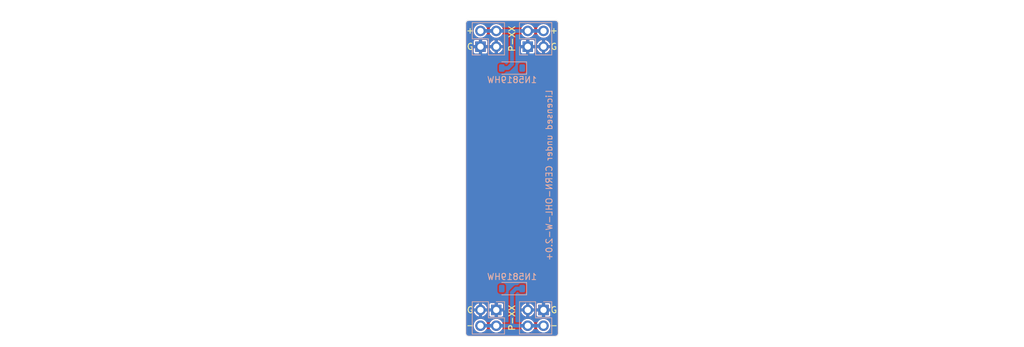
<source format=kicad_pcb>
(kicad_pcb (version 20221018) (generator pcbnew)
  (layers (0 "F.Cu" signal) (31 "B.Cu" signal) (34 "B.Paste" user) (35 "F.Paste" user) (36 "B.SilkS" user "B.Silkscreen") (37 "F.SilkS" user "F.Silkscreen") (38 "B.Mask" user) (39 "F.Mask" user) (44 "Edge.Cuts" user))
  (net 0 "")
  (net 1 "GND")
  (net 2 "+12V")
  (net 3 "-12V")
  (net 4 "Net-(D1-A)")
  (net 5 "Net-(D2-K)")
  (footprint "Protorack:Breadboard_MB-102" (layer "F.Cu") (at 150 100)
    (fp_text reference "REF**" hide)
    (fp_text value "Breadboard_MB-102")
  )
  (footprint "Connector_PinHeader_2.54mm:PinHeader_2x02_P2.54mm_Vertical" (layer "B.Cu") (at 144.92 78.775)
    (fp_text reference "J1" hide)
    (fp_text value "POWER_A_1")
    (fp_line (start -1.33 -3.87) (end 3.87 -3.87) (stroke (width 0.12)) (layer "B.SilkS"))
    (fp_line (start -1.33 -1.27) (end -1.33 -3.87) (stroke (width 0.12)) (layer "B.SilkS"))
    (fp_line (start -1.33 -1.27) (end 1.27 -1.27) (stroke (width 0.12)) (layer "B.SilkS"))
    (fp_line (start -1.33 0) (end -1.33 1.33) (stroke (width 0.12)) (layer "B.SilkS"))
    (fp_line (start -1.33 1.33) (end 0 1.33) (stroke (width 0.12)) (layer "B.SilkS"))
    (fp_line (start 1.27 -1.27) (end 1.27 1.33) (stroke (width 0.12)) (layer "B.SilkS"))
    (fp_line (start 1.27 1.33) (end 3.87 1.33) (stroke (width 0.12)) (layer "B.SilkS"))
    (fp_line (start 3.87 1.33) (end 3.87 -3.87) (stroke (width 0.12)) (layer "B.SilkS"))
    (pad "1" thru_hole rect (at 0 0) (size 1.7 1.7) (drill 1) (layers "*.Cu" "*.Mask") (net 1 "GND"))
    (pad "2" thru_hole oval (at 2.54 0) (size 1.7 1.7) (drill 1) (layers "*.Cu" "*.Mask") (net 1 "GND"))
    (pad "3" thru_hole oval (at 0 -2.54) (size 1.7 1.7) (drill 1) (layers "*.Cu" "*.Mask") (net 4 "Net-(D1-A)"))
    (pad "4" thru_hole oval (at 2.54 -2.54) (size 1.7 1.7) (drill 1) (layers "*.Cu" "*.Mask") (net 4 "Net-(D1-A)"))
  )
  (footprint "Connector_PinHeader_2.54mm:PinHeader_2x02_P2.54mm_Vertical" (layer "B.Cu") (at 147.46 121.225 180)
    (fp_text reference "J2" hide)
    (fp_text value "POWER_B_1")
    (fp_line (start -1.33 -3.87) (end 3.87 -3.87) (stroke (width 0.12)) (layer "B.SilkS"))
    (fp_line (start -1.33 -1.27) (end -1.33 -3.87) (stroke (width 0.12)) (layer "B.SilkS"))
    (fp_line (start -1.33 -1.27) (end 1.27 -1.27) (stroke (width 0.12)) (layer "B.SilkS"))
    (fp_line (start -1.33 0) (end -1.33 1.33) (stroke (width 0.12)) (layer "B.SilkS"))
    (fp_line (start -1.33 1.33) (end 0 1.33) (stroke (width 0.12)) (layer "B.SilkS"))
    (fp_line (start 1.27 -1.27) (end 1.27 1.33) (stroke (width 0.12)) (layer "B.SilkS"))
    (fp_line (start 1.27 1.33) (end 3.87 1.33) (stroke (width 0.12)) (layer "B.SilkS"))
    (fp_line (start 3.87 1.33) (end 3.87 -3.87) (stroke (width 0.12)) (layer "B.SilkS"))
    (pad "1" thru_hole rect (at 0 0 180) (size 1.7 1.7) (drill 1) (layers "*.Cu" "*.Mask") (net 1 "GND"))
    (pad "2" thru_hole oval (at 2.54 0 180) (size 1.7 1.7) (drill 1) (layers "*.Cu" "*.Mask") (net 1 "GND"))
    (pad "3" thru_hole oval (at 0 -2.54 180) (size 1.7 1.7) (drill 1) (layers "*.Cu" "*.Mask") (net 5 "Net-(D2-K)"))
    (pad "4" thru_hole oval (at 2.54 -2.54 180) (size 1.7 1.7) (drill 1) (layers "*.Cu" "*.Mask") (net 5 "Net-(D2-K)"))
  )
  (footprint "Connector_PinHeader_2.54mm:PinHeader_2x02_P2.54mm_Vertical" (layer "B.Cu") (at 152.54 78.775)
    (fp_text reference "J3" hide)
    (fp_text value "POWER_A_2")
    (fp_line (start -1.33 -3.87) (end 3.87 -3.87) (stroke (width 0.12)) (layer "B.SilkS"))
    (fp_line (start -1.33 -1.27) (end -1.33 -3.87) (stroke (width 0.12)) (layer "B.SilkS"))
    (fp_line (start -1.33 -1.27) (end 1.27 -1.27) (stroke (width 0.12)) (layer "B.SilkS"))
    (fp_line (start -1.33 0) (end -1.33 1.33) (stroke (width 0.12)) (layer "B.SilkS"))
    (fp_line (start -1.33 1.33) (end 0 1.33) (stroke (width 0.12)) (layer "B.SilkS"))
    (fp_line (start 1.27 -1.27) (end 1.27 1.33) (stroke (width 0.12)) (layer "B.SilkS"))
    (fp_line (start 1.27 1.33) (end 3.87 1.33) (stroke (width 0.12)) (layer "B.SilkS"))
    (fp_line (start 3.87 1.33) (end 3.87 -3.87) (stroke (width 0.12)) (layer "B.SilkS"))
    (pad "1" thru_hole rect (at 0 0) (size 1.7 1.7) (drill 1) (layers "*.Cu" "*.Mask") (net 1 "GND"))
    (pad "2" thru_hole oval (at 2.54 0) (size 1.7 1.7) (drill 1) (layers "*.Cu" "*.Mask") (net 1 "GND"))
    (pad "3" thru_hole oval (at 0 -2.54) (size 1.7 1.7) (drill 1) (layers "*.Cu" "*.Mask") (net 4 "Net-(D1-A)"))
    (pad "4" thru_hole oval (at 2.54 -2.54) (size 1.7 1.7) (drill 1) (layers "*.Cu" "*.Mask") (net 4 "Net-(D1-A)"))
  )
  (footprint "Connector_PinHeader_2.54mm:PinHeader_2x02_P2.54mm_Vertical" (layer "B.Cu") (at 155.08 121.225 180)
    (fp_text reference "J4" hide)
    (fp_text value "POWER_B_2")
    (fp_line (start -1.33 -3.87) (end 3.87 -3.87) (stroke (width 0.12)) (layer "B.SilkS"))
    (fp_line (start -1.33 -1.27) (end -1.33 -3.87) (stroke (width 0.12)) (layer "B.SilkS"))
    (fp_line (start -1.33 -1.27) (end 1.27 -1.27) (stroke (width 0.12)) (layer "B.SilkS"))
    (fp_line (start -1.33 0) (end -1.33 1.33) (stroke (width 0.12)) (layer "B.SilkS"))
    (fp_line (start -1.33 1.33) (end 0 1.33) (stroke (width 0.12)) (layer "B.SilkS"))
    (fp_line (start 1.27 -1.27) (end 1.27 1.33) (stroke (width 0.12)) (layer "B.SilkS"))
    (fp_line (start 1.27 1.33) (end 3.87 1.33) (stroke (width 0.12)) (layer "B.SilkS"))
    (fp_line (start 3.87 1.33) (end 3.87 -3.87) (stroke (width 0.12)) (layer "B.SilkS"))
    (pad "1" thru_hole rect (at 0 0 180) (size 1.7 1.7) (drill 1) (layers "*.Cu" "*.Mask") (net 1 "GND"))
    (pad "2" thru_hole oval (at 2.54 0 180) (size 1.7 1.7) (drill 1) (layers "*.Cu" "*.Mask") (net 1 "GND"))
    (pad "3" thru_hole oval (at 0 -2.54 180) (size 1.7 1.7) (drill 1) (layers "*.Cu" "*.Mask") (net 5 "Net-(D2-K)"))
    (pad "4" thru_hole oval (at 2.54 -2.54 180) (size 1.7 1.7) (drill 1) (layers "*.Cu" "*.Mask") (net 5 "Net-(D2-K)"))
  )
  (footprint "Diode_SMD:D_SOD-123" (layer "B.Cu") (at 150 82.22 180)
    (fp_text reference "D1" hide)
    (fp_text value "1N5819HW" (at 0 -1.905) (layer "B.SilkS") (effects (justify mirror)))
    (fp_line (start -2.36 -1) (end 1.65 -1) (stroke (width 0.12)) (layer "B.SilkS"))
    (fp_line (start -2.36 1) (end -2.36 -1) (stroke (width 0.12)) (layer "B.SilkS"))
    (fp_line (start -2.36 1) (end 1.65 1) (stroke (width 0.12)) (layer "B.SilkS"))
    (pad "1" smd roundrect (at -1.65 0 180) (size 0.9 1.2) (layers "B.Cu" "B.Paste" "B.Mask") (net 2 "+12V"))
    (pad "2" smd roundrect (at 1.65 0 180) (size 0.9 1.2) (layers "B.Cu" "B.Paste" "B.Mask") (net 4 "Net-(D1-A)"))
  )
  (footprint "Diode_SMD:D_SOD-123" (layer "B.Cu") (at 150 117.78 180)
    (fp_text reference "D2" hide)
    (fp_text value "1N5819HW" (at 0 1.905) (layer "B.SilkS") (effects (justify mirror)))
    (fp_line (start -2.36 -1) (end 1.65 -1) (stroke (width 0.12)) (layer "B.SilkS"))
    (fp_line (start -2.36 1) (end -2.36 -1) (stroke (width 0.12)) (layer "B.SilkS"))
    (fp_line (start -2.36 1) (end 1.65 1) (stroke (width 0.12)) (layer "B.SilkS"))
    (pad "1" smd roundrect (at -1.65 0 180) (size 0.9 1.2) (layers "B.Cu" "B.Paste" "B.Mask") (net 5 "Net-(D2-K)"))
    (pad "2" smd roundrect (at 1.65 0 180) (size 0.9 1.2) (layers "B.Cu" "B.Paste" "B.Mask") (net 3 "-12V"))
  )
  (gr_line (start 143.25 76.605) (end 143.25 75.855) (stroke (width 0.15)) (layer "F.SilkS"))
  (gr_line (start 156.75 76.605) (end 156.75 75.855) (stroke (width 0.15)) (layer "F.SilkS"))
  (gr_line (start 156.375 123.77) (end 157.125 123.77) (stroke (width 0.15)) (layer "F.SilkS"))
  (gr_line (start 142.875 123.77) (end 143.625 123.77) (stroke (width 0.15)) (layer "F.SilkS"))
  (gr_line (start 156.375 76.23) (end 157.125 76.23) (stroke (width 0.15)) (layer "F.SilkS"))
  (gr_line (start 142.875 76.23) (end 143.625 76.23) (stroke (width 0.15)) (layer "F.SilkS"))
  (gr_arc (start 143 125.5) (mid 142.646447 125.353553) (end 142.5 125) (stroke (width 0.05)) (layer "Edge.Cuts"))
  (gr_line (start 157 125.5) (end 143 125.5) (stroke (width 0.05)) (layer "Edge.Cuts"))
  (gr_arc (start 157.5 125) (mid 157.353553 125.353553) (end 157 125.5) (stroke (width 0.05)) (layer "Edge.Cuts"))
  (gr_line (start 142.5 125) (end 142.5 75) (stroke (width 0.05)) (layer "Edge.Cuts"))
  (gr_line (start 157.5 75) (end 157.5 125) (stroke (width 0.05)) (layer "Edge.Cuts"))
  (gr_line (start 143 74.5) (end 157 74.5) (stroke (width 0.05)) (layer "Edge.Cuts"))
  (gr_arc (start 142.5 75) (mid 142.646447 74.646447) (end 143 74.5) (stroke (width 0.05)) (layer "Edge.Cuts"))
  (gr_arc (start 157 74.5) (mid 157.353553 74.646447) (end 157.5 75) (stroke (width 0.05)) (layer "Edge.Cuts"))
  (gr_text "Licensed under CERN-OHL-W-2.0+" (at 156 99.5 90) (layer "B.SilkS") (effects (font (size 1 1)) (justify mirror)))
  (gr_text "G" (at 156.75 121.23) (layer "F.SilkS") (effects (font (size 1 1))))
  (gr_text "P-XX" (at 150 122.5 90) (layer "F.SilkS") (effects (font (size 1 1))))
  (gr_text "G" (at 143.25 121.23) (layer "F.SilkS") (effects (font (size 1 1))))
  (gr_text "G" (at 143.25 78.77) (layer "F.SilkS") (effects (font (size 1 1))))
  (gr_text "P-XX" (at 150 77.5 90) (layer "F.SilkS") (effects (font (size 1 1))))
  (gr_text "G" (at 156.75 78.77) (layer "F.SilkS") (effects (font (size 1 1))))
  (segment (start 144.92 76.235) (end 150 76.235) (width 0.6) (layer "B.Cu") (net 4))
  (segment (start 150 76.235) (end 155.08 76.235) (width 0.6) (layer "B.Cu") (net 4))
  (segment (start 149.365 82.22) (end 150 81.585) (width 0.6) (layer "B.Cu") (net 4))
  (segment (start 150 81.585) (end 150 76.235) (width 0.6) (layer "B.Cu") (net 4))
  (segment (start 148.35 82.22) (end 149.365 82.22) (width 0.6) (layer "B.Cu") (net 4))
  (segment (start 144.92 123.765) (end 150 123.765) (width 0.6) (layer "B.Cu") (net 5))
  (segment (start 151.65 117.78) (end 150.635 117.78) (width 0.6) (layer "B.Cu") (net 5))
  (segment (start 150 118.415) (end 150 123.765) (width 0.6) (layer "B.Cu") (net 5))
  (segment (start 150 123.765) (end 155.08 123.765) (width 0.6) (layer "B.Cu") (net 5))
  (segment (start 150.635 117.78) (end 150 118.415) (width 0.6) (layer "B.Cu") (net 5))
  (zone (net 1) (net_name "GND") (layers "F&B.Cu") (connect_pads (clearance 0.254)) (min_thickness 0.254) (fill yes (thermal_gap 0.254) (thermal_bridge_width 0.508))
    (polygon (pts (xy 157.5 125.5) (xy 142.5 125.5) (xy 142.5 74.5) (xy 157.5 74.5)))
  )
)
</source>
